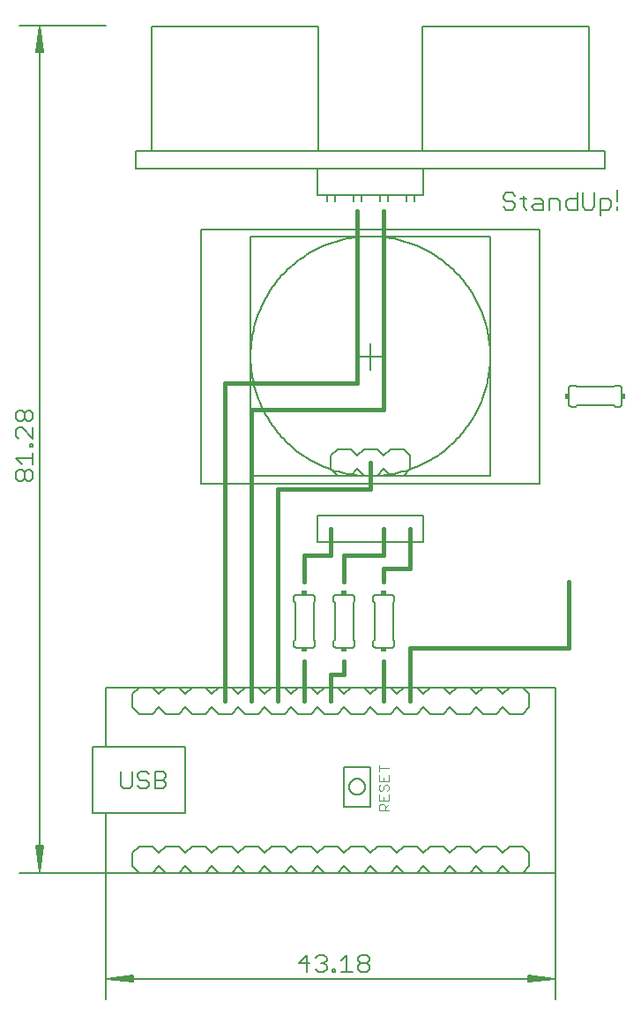
<source format=gto>
G75*
%MOIN*%
%OFA0B0*%
%FSLAX25Y25*%
%IPPOS*%
%LPD*%
%AMOC8*
5,1,8,0,0,1.08239X$1,22.5*
%
%ADD10C,0.01600*%
%ADD11C,0.00600*%
%ADD12C,0.00512*%
%ADD13C,0.00500*%
%ADD14C,0.00300*%
%ADD15R,0.02000X0.01500*%
%ADD16R,0.01500X0.02000*%
D10*
X0082578Y0113933D02*
X0082578Y0233933D01*
X0132578Y0233933D01*
X0132578Y0298933D01*
X0142578Y0298933D02*
X0142578Y0223933D01*
X0092578Y0223933D01*
X0092578Y0113933D01*
X0102578Y0113933D02*
X0102578Y0193933D01*
X0137578Y0193933D01*
X0137578Y0203933D01*
X0142578Y0178933D02*
X0142578Y0168933D01*
X0127578Y0168933D01*
X0127578Y0158933D01*
X0122578Y0168933D02*
X0122578Y0178933D01*
X0122578Y0168933D02*
X0112578Y0168933D01*
X0112578Y0158933D01*
X0112578Y0128933D02*
X0112578Y0113933D01*
X0122578Y0113933D02*
X0122578Y0123933D01*
X0127578Y0123933D01*
X0127578Y0128933D01*
X0142578Y0128933D02*
X0142578Y0113933D01*
X0152578Y0113933D02*
X0152578Y0133933D01*
X0212578Y0133933D01*
X0212578Y0158933D01*
X0152578Y0163933D02*
X0152578Y0178933D01*
X0152578Y0163933D02*
X0142578Y0163933D01*
X0142578Y0158933D01*
D11*
X0145578Y0153933D02*
X0139578Y0153933D01*
X0139518Y0153931D01*
X0139457Y0153926D01*
X0139398Y0153917D01*
X0139339Y0153904D01*
X0139280Y0153888D01*
X0139223Y0153868D01*
X0139168Y0153845D01*
X0139113Y0153818D01*
X0139061Y0153789D01*
X0139010Y0153756D01*
X0138961Y0153720D01*
X0138915Y0153682D01*
X0138871Y0153640D01*
X0138829Y0153596D01*
X0138791Y0153550D01*
X0138755Y0153501D01*
X0138722Y0153450D01*
X0138693Y0153398D01*
X0138666Y0153343D01*
X0138643Y0153288D01*
X0138623Y0153231D01*
X0138607Y0153172D01*
X0138594Y0153113D01*
X0138585Y0153054D01*
X0138580Y0152993D01*
X0138578Y0152933D01*
X0138578Y0151433D01*
X0139078Y0150933D01*
X0139078Y0136933D01*
X0138578Y0136433D01*
X0138578Y0134933D01*
X0138580Y0134873D01*
X0138585Y0134812D01*
X0138594Y0134753D01*
X0138607Y0134694D01*
X0138623Y0134635D01*
X0138643Y0134578D01*
X0138666Y0134523D01*
X0138693Y0134468D01*
X0138722Y0134416D01*
X0138755Y0134365D01*
X0138791Y0134316D01*
X0138829Y0134270D01*
X0138871Y0134226D01*
X0138915Y0134184D01*
X0138961Y0134146D01*
X0139010Y0134110D01*
X0139061Y0134077D01*
X0139113Y0134048D01*
X0139168Y0134021D01*
X0139223Y0133998D01*
X0139280Y0133978D01*
X0139339Y0133962D01*
X0139398Y0133949D01*
X0139457Y0133940D01*
X0139518Y0133935D01*
X0139578Y0133933D01*
X0145578Y0133933D01*
X0145638Y0133935D01*
X0145699Y0133940D01*
X0145758Y0133949D01*
X0145817Y0133962D01*
X0145876Y0133978D01*
X0145933Y0133998D01*
X0145988Y0134021D01*
X0146043Y0134048D01*
X0146095Y0134077D01*
X0146146Y0134110D01*
X0146195Y0134146D01*
X0146241Y0134184D01*
X0146285Y0134226D01*
X0146327Y0134270D01*
X0146365Y0134316D01*
X0146401Y0134365D01*
X0146434Y0134416D01*
X0146463Y0134468D01*
X0146490Y0134523D01*
X0146513Y0134578D01*
X0146533Y0134635D01*
X0146549Y0134694D01*
X0146562Y0134753D01*
X0146571Y0134812D01*
X0146576Y0134873D01*
X0146578Y0134933D01*
X0146578Y0136433D01*
X0146078Y0136933D01*
X0146078Y0150933D01*
X0146578Y0151433D01*
X0146578Y0152933D01*
X0146576Y0152993D01*
X0146571Y0153054D01*
X0146562Y0153113D01*
X0146549Y0153172D01*
X0146533Y0153231D01*
X0146513Y0153288D01*
X0146490Y0153343D01*
X0146463Y0153398D01*
X0146434Y0153450D01*
X0146401Y0153501D01*
X0146365Y0153550D01*
X0146327Y0153596D01*
X0146285Y0153640D01*
X0146241Y0153682D01*
X0146195Y0153720D01*
X0146146Y0153756D01*
X0146095Y0153789D01*
X0146043Y0153818D01*
X0145988Y0153845D01*
X0145933Y0153868D01*
X0145876Y0153888D01*
X0145817Y0153904D01*
X0145758Y0153917D01*
X0145699Y0153926D01*
X0145638Y0153931D01*
X0145578Y0153933D01*
X0131578Y0152933D02*
X0131578Y0151433D01*
X0131078Y0150933D01*
X0131078Y0136933D01*
X0131578Y0136433D01*
X0131578Y0134933D01*
X0131576Y0134873D01*
X0131571Y0134812D01*
X0131562Y0134753D01*
X0131549Y0134694D01*
X0131533Y0134635D01*
X0131513Y0134578D01*
X0131490Y0134523D01*
X0131463Y0134468D01*
X0131434Y0134416D01*
X0131401Y0134365D01*
X0131365Y0134316D01*
X0131327Y0134270D01*
X0131285Y0134226D01*
X0131241Y0134184D01*
X0131195Y0134146D01*
X0131146Y0134110D01*
X0131095Y0134077D01*
X0131043Y0134048D01*
X0130988Y0134021D01*
X0130933Y0133998D01*
X0130876Y0133978D01*
X0130817Y0133962D01*
X0130758Y0133949D01*
X0130699Y0133940D01*
X0130638Y0133935D01*
X0130578Y0133933D01*
X0124578Y0133933D01*
X0124518Y0133935D01*
X0124457Y0133940D01*
X0124398Y0133949D01*
X0124339Y0133962D01*
X0124280Y0133978D01*
X0124223Y0133998D01*
X0124168Y0134021D01*
X0124113Y0134048D01*
X0124061Y0134077D01*
X0124010Y0134110D01*
X0123961Y0134146D01*
X0123915Y0134184D01*
X0123871Y0134226D01*
X0123829Y0134270D01*
X0123791Y0134316D01*
X0123755Y0134365D01*
X0123722Y0134416D01*
X0123693Y0134468D01*
X0123666Y0134523D01*
X0123643Y0134578D01*
X0123623Y0134635D01*
X0123607Y0134694D01*
X0123594Y0134753D01*
X0123585Y0134812D01*
X0123580Y0134873D01*
X0123578Y0134933D01*
X0123578Y0136433D01*
X0124078Y0136933D01*
X0124078Y0150933D01*
X0123578Y0151433D01*
X0123578Y0152933D01*
X0123580Y0152993D01*
X0123585Y0153054D01*
X0123594Y0153113D01*
X0123607Y0153172D01*
X0123623Y0153231D01*
X0123643Y0153288D01*
X0123666Y0153343D01*
X0123693Y0153398D01*
X0123722Y0153450D01*
X0123755Y0153501D01*
X0123791Y0153550D01*
X0123829Y0153596D01*
X0123871Y0153640D01*
X0123915Y0153682D01*
X0123961Y0153720D01*
X0124010Y0153756D01*
X0124061Y0153789D01*
X0124113Y0153818D01*
X0124168Y0153845D01*
X0124223Y0153868D01*
X0124280Y0153888D01*
X0124339Y0153904D01*
X0124398Y0153917D01*
X0124457Y0153926D01*
X0124518Y0153931D01*
X0124578Y0153933D01*
X0130578Y0153933D01*
X0130638Y0153931D01*
X0130699Y0153926D01*
X0130758Y0153917D01*
X0130817Y0153904D01*
X0130876Y0153888D01*
X0130933Y0153868D01*
X0130988Y0153845D01*
X0131043Y0153818D01*
X0131095Y0153789D01*
X0131146Y0153756D01*
X0131195Y0153720D01*
X0131241Y0153682D01*
X0131285Y0153640D01*
X0131327Y0153596D01*
X0131365Y0153550D01*
X0131401Y0153501D01*
X0131434Y0153450D01*
X0131463Y0153398D01*
X0131490Y0153343D01*
X0131513Y0153288D01*
X0131533Y0153231D01*
X0131549Y0153172D01*
X0131562Y0153113D01*
X0131571Y0153054D01*
X0131576Y0152993D01*
X0131578Y0152933D01*
X0116578Y0152933D02*
X0116578Y0151433D01*
X0116078Y0150933D01*
X0116078Y0136933D01*
X0116578Y0136433D01*
X0116578Y0134933D01*
X0116576Y0134873D01*
X0116571Y0134812D01*
X0116562Y0134753D01*
X0116549Y0134694D01*
X0116533Y0134635D01*
X0116513Y0134578D01*
X0116490Y0134523D01*
X0116463Y0134468D01*
X0116434Y0134416D01*
X0116401Y0134365D01*
X0116365Y0134316D01*
X0116327Y0134270D01*
X0116285Y0134226D01*
X0116241Y0134184D01*
X0116195Y0134146D01*
X0116146Y0134110D01*
X0116095Y0134077D01*
X0116043Y0134048D01*
X0115988Y0134021D01*
X0115933Y0133998D01*
X0115876Y0133978D01*
X0115817Y0133962D01*
X0115758Y0133949D01*
X0115699Y0133940D01*
X0115638Y0133935D01*
X0115578Y0133933D01*
X0109578Y0133933D01*
X0109518Y0133935D01*
X0109457Y0133940D01*
X0109398Y0133949D01*
X0109339Y0133962D01*
X0109280Y0133978D01*
X0109223Y0133998D01*
X0109168Y0134021D01*
X0109113Y0134048D01*
X0109061Y0134077D01*
X0109010Y0134110D01*
X0108961Y0134146D01*
X0108915Y0134184D01*
X0108871Y0134226D01*
X0108829Y0134270D01*
X0108791Y0134316D01*
X0108755Y0134365D01*
X0108722Y0134416D01*
X0108693Y0134468D01*
X0108666Y0134523D01*
X0108643Y0134578D01*
X0108623Y0134635D01*
X0108607Y0134694D01*
X0108594Y0134753D01*
X0108585Y0134812D01*
X0108580Y0134873D01*
X0108578Y0134933D01*
X0108578Y0136433D01*
X0109078Y0136933D01*
X0109078Y0150933D01*
X0108578Y0151433D01*
X0108578Y0152933D01*
X0108580Y0152993D01*
X0108585Y0153054D01*
X0108594Y0153113D01*
X0108607Y0153172D01*
X0108623Y0153231D01*
X0108643Y0153288D01*
X0108666Y0153343D01*
X0108693Y0153398D01*
X0108722Y0153450D01*
X0108755Y0153501D01*
X0108791Y0153550D01*
X0108829Y0153596D01*
X0108871Y0153640D01*
X0108915Y0153682D01*
X0108961Y0153720D01*
X0109010Y0153756D01*
X0109061Y0153789D01*
X0109113Y0153818D01*
X0109168Y0153845D01*
X0109223Y0153868D01*
X0109280Y0153888D01*
X0109339Y0153904D01*
X0109398Y0153917D01*
X0109457Y0153926D01*
X0109518Y0153931D01*
X0109578Y0153933D01*
X0115578Y0153933D01*
X0115638Y0153931D01*
X0115699Y0153926D01*
X0115758Y0153917D01*
X0115817Y0153904D01*
X0115876Y0153888D01*
X0115933Y0153868D01*
X0115988Y0153845D01*
X0116043Y0153818D01*
X0116095Y0153789D01*
X0116146Y0153756D01*
X0116195Y0153720D01*
X0116241Y0153682D01*
X0116285Y0153640D01*
X0116327Y0153596D01*
X0116365Y0153550D01*
X0116401Y0153501D01*
X0116434Y0153450D01*
X0116463Y0153398D01*
X0116490Y0153343D01*
X0116513Y0153288D01*
X0116533Y0153231D01*
X0116549Y0153172D01*
X0116562Y0153113D01*
X0116571Y0153054D01*
X0116576Y0152993D01*
X0116578Y0152933D01*
X0059303Y0087139D02*
X0060371Y0086071D01*
X0060371Y0085003D01*
X0059303Y0083936D01*
X0056100Y0083936D01*
X0053925Y0082868D02*
X0053925Y0081801D01*
X0052858Y0080733D01*
X0050722Y0080733D01*
X0049655Y0081801D01*
X0047480Y0081801D02*
X0047480Y0087139D01*
X0049655Y0086071D02*
X0049655Y0085003D01*
X0050722Y0083936D01*
X0052858Y0083936D01*
X0053925Y0082868D01*
X0056100Y0080733D02*
X0056100Y0087139D01*
X0059303Y0087139D01*
X0059303Y0083936D02*
X0060371Y0082868D01*
X0060371Y0081801D01*
X0059303Y0080733D01*
X0056100Y0080733D01*
X0053925Y0086071D02*
X0052858Y0087139D01*
X0050722Y0087139D01*
X0049655Y0086071D01*
X0047480Y0081801D02*
X0046412Y0080733D01*
X0044277Y0080733D01*
X0043209Y0081801D01*
X0043209Y0087139D01*
X0113605Y0017900D02*
X0110402Y0014698D01*
X0114673Y0014698D01*
X0116848Y0016833D02*
X0117916Y0017900D01*
X0120051Y0017900D01*
X0121118Y0016833D01*
X0121118Y0015765D01*
X0120051Y0014698D01*
X0121118Y0013630D01*
X0121118Y0012562D01*
X0120051Y0011495D01*
X0117916Y0011495D01*
X0116848Y0012562D01*
X0118983Y0014698D02*
X0120051Y0014698D01*
X0123293Y0012562D02*
X0124361Y0012562D01*
X0124361Y0011495D01*
X0123293Y0011495D01*
X0123293Y0012562D01*
X0126516Y0011495D02*
X0130787Y0011495D01*
X0128651Y0011495D02*
X0128651Y0017900D01*
X0126516Y0015765D01*
X0132962Y0015765D02*
X0132962Y0016833D01*
X0134029Y0017900D01*
X0136164Y0017900D01*
X0137232Y0016833D01*
X0137232Y0015765D01*
X0136164Y0014698D01*
X0134029Y0014698D01*
X0132962Y0015765D01*
X0134029Y0014698D02*
X0132962Y0013630D01*
X0132962Y0012562D01*
X0134029Y0011495D01*
X0136164Y0011495D01*
X0137232Y0012562D01*
X0137232Y0013630D01*
X0136164Y0014698D01*
X0113605Y0011495D02*
X0113605Y0017900D01*
X0008966Y0196761D02*
X0007898Y0196761D01*
X0006831Y0197829D01*
X0006831Y0199964D01*
X0007898Y0201032D01*
X0008966Y0201032D01*
X0010033Y0199964D01*
X0010033Y0197829D01*
X0008966Y0196761D01*
X0006831Y0197829D02*
X0005763Y0196761D01*
X0004695Y0196761D01*
X0003628Y0197829D01*
X0003628Y0199964D01*
X0004695Y0201032D01*
X0005763Y0201032D01*
X0006831Y0199964D01*
X0005763Y0203207D02*
X0003628Y0205342D01*
X0010033Y0205342D01*
X0010033Y0203207D02*
X0010033Y0207477D01*
X0010033Y0209652D02*
X0008966Y0209652D01*
X0008966Y0210720D01*
X0010033Y0210720D01*
X0010033Y0209652D01*
X0010033Y0212875D02*
X0005763Y0217145D01*
X0004695Y0217145D01*
X0003628Y0216078D01*
X0003628Y0213943D01*
X0004695Y0212875D01*
X0004695Y0219321D02*
X0005763Y0219321D01*
X0006831Y0220388D01*
X0006831Y0222523D01*
X0007898Y0223591D01*
X0008966Y0223591D01*
X0010033Y0222523D01*
X0010033Y0220388D01*
X0008966Y0219321D01*
X0007898Y0219321D01*
X0006831Y0220388D01*
X0006831Y0222523D02*
X0005763Y0223591D01*
X0004695Y0223591D01*
X0003628Y0222523D01*
X0003628Y0220388D01*
X0004695Y0219321D01*
X0010033Y0217145D02*
X0010033Y0212875D01*
X0187878Y0300301D02*
X0188945Y0299233D01*
X0191080Y0299233D01*
X0192148Y0300301D01*
X0192148Y0301368D01*
X0191080Y0302436D01*
X0188945Y0302436D01*
X0187878Y0303503D01*
X0187878Y0304571D01*
X0188945Y0305639D01*
X0191080Y0305639D01*
X0192148Y0304571D01*
X0194323Y0303503D02*
X0196458Y0303503D01*
X0195391Y0304571D02*
X0195391Y0300301D01*
X0196458Y0299233D01*
X0198620Y0300301D02*
X0199688Y0301368D01*
X0202890Y0301368D01*
X0202890Y0302436D02*
X0202890Y0299233D01*
X0199688Y0299233D01*
X0198620Y0300301D01*
X0199688Y0303503D02*
X0201823Y0303503D01*
X0202890Y0302436D01*
X0205066Y0303503D02*
X0205066Y0299233D01*
X0209336Y0299233D02*
X0209336Y0302436D01*
X0208268Y0303503D01*
X0205066Y0303503D01*
X0211511Y0302436D02*
X0212579Y0303503D01*
X0215781Y0303503D01*
X0215781Y0305639D02*
X0215781Y0299233D01*
X0212579Y0299233D01*
X0211511Y0300301D01*
X0211511Y0302436D01*
X0217957Y0300301D02*
X0219024Y0299233D01*
X0221159Y0299233D01*
X0222227Y0300301D01*
X0222227Y0305639D01*
X0224402Y0303503D02*
X0227605Y0303503D01*
X0228672Y0302436D01*
X0228672Y0300301D01*
X0227605Y0299233D01*
X0224402Y0299233D01*
X0224402Y0297098D02*
X0224402Y0303503D01*
X0230848Y0302436D02*
X0230848Y0306706D01*
X0230848Y0300301D02*
X0230848Y0299233D01*
X0217957Y0300301D02*
X0217957Y0305639D01*
X0215078Y0232933D02*
X0213578Y0232933D01*
X0213518Y0232931D01*
X0213457Y0232926D01*
X0213398Y0232917D01*
X0213339Y0232904D01*
X0213280Y0232888D01*
X0213223Y0232868D01*
X0213168Y0232845D01*
X0213113Y0232818D01*
X0213061Y0232789D01*
X0213010Y0232756D01*
X0212961Y0232720D01*
X0212915Y0232682D01*
X0212871Y0232640D01*
X0212829Y0232596D01*
X0212791Y0232550D01*
X0212755Y0232501D01*
X0212722Y0232450D01*
X0212693Y0232398D01*
X0212666Y0232343D01*
X0212643Y0232288D01*
X0212623Y0232231D01*
X0212607Y0232172D01*
X0212594Y0232113D01*
X0212585Y0232054D01*
X0212580Y0231993D01*
X0212578Y0231933D01*
X0212578Y0225933D01*
X0212580Y0225873D01*
X0212585Y0225812D01*
X0212594Y0225753D01*
X0212607Y0225694D01*
X0212623Y0225635D01*
X0212643Y0225578D01*
X0212666Y0225523D01*
X0212693Y0225468D01*
X0212722Y0225416D01*
X0212755Y0225365D01*
X0212791Y0225316D01*
X0212829Y0225270D01*
X0212871Y0225226D01*
X0212915Y0225184D01*
X0212961Y0225146D01*
X0213010Y0225110D01*
X0213061Y0225077D01*
X0213113Y0225048D01*
X0213168Y0225021D01*
X0213223Y0224998D01*
X0213280Y0224978D01*
X0213339Y0224962D01*
X0213398Y0224949D01*
X0213457Y0224940D01*
X0213518Y0224935D01*
X0213578Y0224933D01*
X0215078Y0224933D01*
X0215578Y0225433D01*
X0229578Y0225433D01*
X0230078Y0224933D01*
X0231578Y0224933D01*
X0231638Y0224935D01*
X0231699Y0224940D01*
X0231758Y0224949D01*
X0231817Y0224962D01*
X0231876Y0224978D01*
X0231933Y0224998D01*
X0231988Y0225021D01*
X0232043Y0225048D01*
X0232095Y0225077D01*
X0232146Y0225110D01*
X0232195Y0225146D01*
X0232241Y0225184D01*
X0232285Y0225226D01*
X0232327Y0225270D01*
X0232365Y0225316D01*
X0232401Y0225365D01*
X0232434Y0225416D01*
X0232463Y0225468D01*
X0232490Y0225523D01*
X0232513Y0225578D01*
X0232533Y0225635D01*
X0232549Y0225694D01*
X0232562Y0225753D01*
X0232571Y0225812D01*
X0232576Y0225873D01*
X0232578Y0225933D01*
X0232578Y0231933D01*
X0232576Y0231993D01*
X0232571Y0232054D01*
X0232562Y0232113D01*
X0232549Y0232172D01*
X0232533Y0232231D01*
X0232513Y0232288D01*
X0232490Y0232343D01*
X0232463Y0232398D01*
X0232434Y0232450D01*
X0232401Y0232501D01*
X0232365Y0232550D01*
X0232327Y0232596D01*
X0232285Y0232640D01*
X0232241Y0232682D01*
X0232195Y0232720D01*
X0232146Y0232756D01*
X0232095Y0232789D01*
X0232043Y0232818D01*
X0231988Y0232845D01*
X0231933Y0232868D01*
X0231876Y0232888D01*
X0231817Y0232904D01*
X0231758Y0232917D01*
X0231699Y0232926D01*
X0231638Y0232931D01*
X0231578Y0232933D01*
X0230078Y0232933D01*
X0229578Y0232433D01*
X0215578Y0232433D01*
X0215078Y0232933D01*
D12*
X0037578Y0048933D02*
X0004900Y0048937D01*
X0012577Y0049192D02*
X0011555Y0059172D01*
X0011321Y0059173D02*
X0013835Y0059172D01*
X0012577Y0049192D01*
X0013602Y0059172D01*
X0013090Y0059172D02*
X0012577Y0049192D01*
X0012066Y0059172D01*
X0011321Y0059173D02*
X0012577Y0049192D01*
X0012616Y0368680D01*
X0013639Y0358700D01*
X0013872Y0358700D02*
X0012616Y0368680D01*
X0011591Y0358700D01*
X0011358Y0358700D02*
X0013872Y0358700D01*
X0013127Y0358700D02*
X0012616Y0368680D01*
X0012103Y0358700D01*
X0011358Y0358700D02*
X0012616Y0368680D01*
X0004939Y0368937D02*
X0037617Y0368933D01*
X0037578Y0048933D02*
X0037578Y0001256D01*
X0037834Y0008933D02*
X0047814Y0007909D01*
X0047814Y0007676D02*
X0037834Y0008933D01*
X0047814Y0009957D01*
X0047814Y0010190D02*
X0047814Y0007676D01*
X0047814Y0008421D02*
X0037834Y0008933D01*
X0047814Y0009445D01*
X0047814Y0010190D02*
X0037834Y0008933D01*
X0207322Y0008933D01*
X0197341Y0007909D01*
X0197341Y0007676D02*
X0207322Y0008933D01*
X0197341Y0009957D01*
X0197341Y0010190D02*
X0197341Y0007676D01*
X0197341Y0008421D02*
X0207322Y0008933D01*
X0197341Y0009445D01*
X0197341Y0010190D02*
X0207322Y0008933D01*
X0207578Y0001256D02*
X0207578Y0048933D01*
D13*
X0190078Y0048933D01*
X0187578Y0051433D01*
X0185078Y0048933D01*
X0190078Y0048933D01*
X0195078Y0048933D02*
X0197578Y0051433D01*
X0197578Y0056433D01*
X0195078Y0058933D01*
X0190078Y0058933D01*
X0187578Y0056433D01*
X0185078Y0058933D01*
X0180078Y0058933D01*
X0177578Y0056433D01*
X0175078Y0058933D01*
X0170078Y0058933D01*
X0167578Y0056433D01*
X0165078Y0058933D01*
X0160078Y0058933D01*
X0157578Y0056433D01*
X0155078Y0058933D01*
X0150078Y0058933D01*
X0147578Y0056433D01*
X0145078Y0058933D01*
X0140078Y0058933D01*
X0137578Y0056433D01*
X0135078Y0058933D01*
X0130078Y0058933D01*
X0127578Y0056433D01*
X0125078Y0058933D01*
X0120078Y0058933D01*
X0117578Y0056433D01*
X0115078Y0058933D01*
X0110078Y0058933D01*
X0107578Y0056433D01*
X0105078Y0058933D01*
X0100078Y0058933D01*
X0097578Y0056433D01*
X0095078Y0058933D01*
X0090078Y0058933D01*
X0087578Y0056433D01*
X0085078Y0058933D01*
X0080078Y0058933D01*
X0077578Y0056433D01*
X0075078Y0058933D01*
X0070078Y0058933D01*
X0067578Y0056433D01*
X0065078Y0058933D01*
X0060078Y0058933D01*
X0057578Y0056433D01*
X0055078Y0058933D01*
X0050078Y0058933D01*
X0047578Y0056433D01*
X0047578Y0051433D01*
X0050078Y0048933D01*
X0055078Y0048933D01*
X0057578Y0051433D01*
X0060078Y0048933D01*
X0065078Y0048933D01*
X0067578Y0051433D01*
X0070078Y0048933D01*
X0075078Y0048933D01*
X0077578Y0051433D01*
X0080078Y0048933D01*
X0075078Y0048933D02*
X0085078Y0048933D01*
X0087578Y0051433D01*
X0090078Y0048933D01*
X0095078Y0048933D01*
X0097578Y0051433D01*
X0100078Y0048933D01*
X0105078Y0048933D01*
X0107578Y0051433D01*
X0110078Y0048933D01*
X0115078Y0048933D01*
X0117578Y0051433D01*
X0120078Y0048933D01*
X0125078Y0048933D01*
X0127578Y0051433D01*
X0130078Y0048933D01*
X0135078Y0048933D01*
X0137578Y0051433D01*
X0140078Y0048933D01*
X0145078Y0048933D01*
X0147578Y0051433D01*
X0150078Y0048933D01*
X0155078Y0048933D01*
X0157578Y0051433D01*
X0160078Y0048933D01*
X0165078Y0048933D01*
X0167578Y0051433D01*
X0170078Y0048933D01*
X0175078Y0048933D01*
X0177578Y0051433D01*
X0180078Y0048933D01*
X0185078Y0048933D01*
X0180078Y0048933D02*
X0175078Y0048933D01*
X0170078Y0048933D02*
X0165078Y0048933D01*
X0160078Y0048933D02*
X0155078Y0048933D01*
X0150078Y0048933D02*
X0145078Y0048933D01*
X0140078Y0048933D02*
X0135078Y0048933D01*
X0130078Y0048933D02*
X0125078Y0048933D01*
X0120078Y0048933D02*
X0115078Y0048933D01*
X0110078Y0048933D02*
X0105078Y0048933D01*
X0100078Y0048933D02*
X0095078Y0048933D01*
X0090078Y0048933D02*
X0085078Y0048933D01*
X0070078Y0048933D02*
X0065078Y0048933D01*
X0060078Y0048933D02*
X0055078Y0048933D01*
X0050078Y0048933D02*
X0037578Y0048933D01*
X0037578Y0071433D01*
X0032578Y0071433D01*
X0032578Y0096433D01*
X0037578Y0096433D01*
X0067578Y0096433D01*
X0067578Y0071433D01*
X0037578Y0071433D01*
X0037578Y0096433D02*
X0037578Y0118933D01*
X0050078Y0118933D01*
X0047578Y0116433D01*
X0047578Y0111433D01*
X0050078Y0108933D01*
X0055078Y0108933D01*
X0057578Y0111433D01*
X0060078Y0108933D01*
X0065078Y0108933D01*
X0067578Y0111433D01*
X0070078Y0108933D01*
X0075078Y0108933D01*
X0077578Y0111433D01*
X0080078Y0108933D01*
X0085078Y0108933D01*
X0087578Y0111433D01*
X0090078Y0108933D01*
X0095078Y0108933D01*
X0097578Y0111433D01*
X0100078Y0108933D01*
X0105078Y0108933D01*
X0107578Y0111433D01*
X0110078Y0108933D01*
X0115078Y0108933D01*
X0117578Y0111433D01*
X0120078Y0108933D01*
X0125078Y0108933D01*
X0127578Y0111433D01*
X0130078Y0108933D01*
X0135078Y0108933D01*
X0137578Y0111433D01*
X0140078Y0108933D01*
X0145078Y0108933D01*
X0147578Y0111433D01*
X0150078Y0108933D01*
X0155078Y0108933D01*
X0157578Y0111433D01*
X0160078Y0108933D01*
X0165078Y0108933D01*
X0167578Y0111433D01*
X0170078Y0108933D01*
X0175078Y0108933D01*
X0177578Y0111433D01*
X0180078Y0108933D01*
X0185078Y0108933D01*
X0187578Y0111433D01*
X0190078Y0108933D01*
X0195078Y0108933D01*
X0197578Y0111433D01*
X0197578Y0116433D01*
X0195078Y0118933D01*
X0190078Y0118933D02*
X0187578Y0116433D01*
X0185078Y0118933D01*
X0170078Y0118933D01*
X0167578Y0116433D01*
X0165078Y0118933D01*
X0170078Y0118933D02*
X0105078Y0118933D01*
X0075078Y0118933D01*
X0077578Y0116433D01*
X0080078Y0118933D01*
X0085078Y0118933D02*
X0087578Y0116433D01*
X0090078Y0118933D01*
X0095078Y0118933D02*
X0097578Y0116433D01*
X0100078Y0118933D01*
X0105078Y0118933D02*
X0107578Y0116433D01*
X0110078Y0118933D01*
X0115078Y0118933D02*
X0117578Y0116433D01*
X0120078Y0118933D01*
X0125078Y0118933D02*
X0127578Y0116433D01*
X0130078Y0118933D01*
X0135078Y0118933D02*
X0137578Y0116433D01*
X0140078Y0118933D01*
X0145078Y0118933D02*
X0147578Y0116433D01*
X0150078Y0118933D01*
X0155078Y0118933D02*
X0157578Y0116433D01*
X0160078Y0118933D01*
X0175078Y0118933D02*
X0177578Y0116433D01*
X0180078Y0118933D01*
X0185078Y0118933D02*
X0207578Y0118933D01*
X0207578Y0096433D01*
X0207578Y0071433D01*
X0207578Y0048933D01*
X0137578Y0073933D02*
X0137578Y0088933D01*
X0127578Y0088933D01*
X0127578Y0073933D01*
X0137578Y0073933D01*
X0129578Y0081433D02*
X0129580Y0081542D01*
X0129586Y0081651D01*
X0129596Y0081759D01*
X0129610Y0081867D01*
X0129627Y0081975D01*
X0129649Y0082082D01*
X0129674Y0082188D01*
X0129704Y0082292D01*
X0129737Y0082396D01*
X0129774Y0082499D01*
X0129814Y0082600D01*
X0129858Y0082699D01*
X0129906Y0082797D01*
X0129958Y0082894D01*
X0130012Y0082988D01*
X0130070Y0083080D01*
X0130132Y0083170D01*
X0130197Y0083257D01*
X0130264Y0083343D01*
X0130335Y0083426D01*
X0130409Y0083506D01*
X0130486Y0083583D01*
X0130565Y0083658D01*
X0130647Y0083729D01*
X0130732Y0083798D01*
X0130819Y0083863D01*
X0130908Y0083926D01*
X0131000Y0083984D01*
X0131094Y0084040D01*
X0131189Y0084092D01*
X0131287Y0084141D01*
X0131386Y0084186D01*
X0131487Y0084228D01*
X0131589Y0084265D01*
X0131692Y0084299D01*
X0131797Y0084330D01*
X0131903Y0084356D01*
X0132009Y0084379D01*
X0132117Y0084397D01*
X0132225Y0084412D01*
X0132333Y0084423D01*
X0132442Y0084430D01*
X0132551Y0084433D01*
X0132660Y0084432D01*
X0132769Y0084427D01*
X0132877Y0084418D01*
X0132985Y0084405D01*
X0133093Y0084388D01*
X0133200Y0084368D01*
X0133306Y0084343D01*
X0133411Y0084315D01*
X0133515Y0084283D01*
X0133618Y0084247D01*
X0133720Y0084207D01*
X0133820Y0084164D01*
X0133918Y0084117D01*
X0134015Y0084067D01*
X0134109Y0084013D01*
X0134202Y0083955D01*
X0134293Y0083895D01*
X0134381Y0083831D01*
X0134467Y0083764D01*
X0134550Y0083694D01*
X0134631Y0083621D01*
X0134709Y0083545D01*
X0134784Y0083466D01*
X0134857Y0083384D01*
X0134926Y0083300D01*
X0134992Y0083214D01*
X0135055Y0083125D01*
X0135115Y0083034D01*
X0135172Y0082941D01*
X0135225Y0082846D01*
X0135274Y0082749D01*
X0135320Y0082650D01*
X0135362Y0082550D01*
X0135401Y0082448D01*
X0135436Y0082344D01*
X0135467Y0082240D01*
X0135495Y0082135D01*
X0135518Y0082028D01*
X0135538Y0081921D01*
X0135554Y0081813D01*
X0135566Y0081705D01*
X0135574Y0081596D01*
X0135578Y0081487D01*
X0135578Y0081379D01*
X0135574Y0081270D01*
X0135566Y0081161D01*
X0135554Y0081053D01*
X0135538Y0080945D01*
X0135518Y0080838D01*
X0135495Y0080731D01*
X0135467Y0080626D01*
X0135436Y0080522D01*
X0135401Y0080418D01*
X0135362Y0080316D01*
X0135320Y0080216D01*
X0135274Y0080117D01*
X0135225Y0080020D01*
X0135172Y0079925D01*
X0135115Y0079832D01*
X0135055Y0079741D01*
X0134992Y0079652D01*
X0134926Y0079566D01*
X0134857Y0079482D01*
X0134784Y0079400D01*
X0134709Y0079321D01*
X0134631Y0079245D01*
X0134550Y0079172D01*
X0134467Y0079102D01*
X0134381Y0079035D01*
X0134293Y0078971D01*
X0134202Y0078911D01*
X0134109Y0078853D01*
X0134015Y0078799D01*
X0133918Y0078749D01*
X0133820Y0078702D01*
X0133720Y0078659D01*
X0133618Y0078619D01*
X0133515Y0078583D01*
X0133411Y0078551D01*
X0133306Y0078523D01*
X0133200Y0078498D01*
X0133093Y0078478D01*
X0132985Y0078461D01*
X0132877Y0078448D01*
X0132769Y0078439D01*
X0132660Y0078434D01*
X0132551Y0078433D01*
X0132442Y0078436D01*
X0132333Y0078443D01*
X0132225Y0078454D01*
X0132117Y0078469D01*
X0132009Y0078487D01*
X0131903Y0078510D01*
X0131797Y0078536D01*
X0131692Y0078567D01*
X0131589Y0078601D01*
X0131487Y0078638D01*
X0131386Y0078680D01*
X0131287Y0078725D01*
X0131189Y0078774D01*
X0131094Y0078826D01*
X0131000Y0078882D01*
X0130908Y0078940D01*
X0130819Y0079003D01*
X0130732Y0079068D01*
X0130647Y0079137D01*
X0130565Y0079208D01*
X0130486Y0079283D01*
X0130409Y0079360D01*
X0130335Y0079440D01*
X0130264Y0079523D01*
X0130197Y0079609D01*
X0130132Y0079696D01*
X0130070Y0079786D01*
X0130012Y0079878D01*
X0129958Y0079972D01*
X0129906Y0080069D01*
X0129858Y0080167D01*
X0129814Y0080266D01*
X0129774Y0080367D01*
X0129737Y0080470D01*
X0129704Y0080574D01*
X0129674Y0080678D01*
X0129649Y0080784D01*
X0129627Y0080891D01*
X0129610Y0080999D01*
X0129596Y0081107D01*
X0129586Y0081215D01*
X0129580Y0081324D01*
X0129578Y0081433D01*
X0075078Y0118933D02*
X0070078Y0118933D01*
X0067578Y0116433D01*
X0065078Y0118933D01*
X0060078Y0118933D01*
X0057578Y0116433D01*
X0055078Y0118933D01*
X0050078Y0118933D01*
X0055078Y0118933D02*
X0060078Y0118933D01*
X0065078Y0118933D02*
X0070078Y0118933D01*
X0117578Y0173933D02*
X0117578Y0183933D01*
X0157578Y0183933D01*
X0157578Y0173933D01*
X0117578Y0173933D01*
X0125078Y0198933D02*
X0122578Y0201433D01*
X0122578Y0206433D01*
X0125078Y0208933D01*
X0130078Y0208933D01*
X0132578Y0206433D01*
X0135078Y0208933D01*
X0140078Y0208933D01*
X0142578Y0206433D01*
X0145078Y0208933D01*
X0150078Y0208933D01*
X0152578Y0206433D01*
X0152578Y0201433D01*
X0150078Y0198933D01*
X0145078Y0198933D01*
X0142578Y0201433D01*
X0140078Y0198933D01*
X0135078Y0198933D01*
X0132578Y0201433D01*
X0130078Y0198933D01*
X0125078Y0198933D01*
X0137578Y0238933D02*
X0137578Y0248933D01*
X0092302Y0243933D02*
X0092316Y0245044D01*
X0092357Y0246155D01*
X0092425Y0247264D01*
X0092520Y0248371D01*
X0092642Y0249475D01*
X0092792Y0250576D01*
X0092969Y0251673D01*
X0093172Y0252766D01*
X0093402Y0253853D01*
X0093659Y0254934D01*
X0093942Y0256009D01*
X0094252Y0257076D01*
X0094587Y0258135D01*
X0094949Y0259186D01*
X0095336Y0260228D01*
X0095748Y0261259D01*
X0096186Y0262281D01*
X0096649Y0263291D01*
X0097136Y0264290D01*
X0097648Y0265276D01*
X0098184Y0266249D01*
X0098743Y0267210D01*
X0099326Y0268156D01*
X0099932Y0269087D01*
X0100561Y0270003D01*
X0101212Y0270904D01*
X0101885Y0271788D01*
X0102579Y0272656D01*
X0103295Y0273506D01*
X0104031Y0274339D01*
X0104787Y0275153D01*
X0105563Y0275948D01*
X0106358Y0276724D01*
X0107172Y0277480D01*
X0108005Y0278216D01*
X0108855Y0278932D01*
X0109723Y0279626D01*
X0110607Y0280299D01*
X0111508Y0280950D01*
X0112424Y0281579D01*
X0113355Y0282185D01*
X0114301Y0282768D01*
X0115262Y0283327D01*
X0116235Y0283863D01*
X0117221Y0284375D01*
X0118220Y0284862D01*
X0119230Y0285325D01*
X0120252Y0285763D01*
X0121283Y0286175D01*
X0122325Y0286562D01*
X0123376Y0286924D01*
X0124435Y0287259D01*
X0125502Y0287569D01*
X0126577Y0287852D01*
X0127658Y0288109D01*
X0128745Y0288339D01*
X0129838Y0288542D01*
X0130935Y0288719D01*
X0132036Y0288869D01*
X0133140Y0288991D01*
X0134247Y0289086D01*
X0135356Y0289154D01*
X0136467Y0289195D01*
X0137578Y0289209D01*
X0138689Y0289195D01*
X0139800Y0289154D01*
X0140909Y0289086D01*
X0142016Y0288991D01*
X0143120Y0288869D01*
X0144221Y0288719D01*
X0145318Y0288542D01*
X0146411Y0288339D01*
X0147498Y0288109D01*
X0148579Y0287852D01*
X0149654Y0287569D01*
X0150721Y0287259D01*
X0151780Y0286924D01*
X0152831Y0286562D01*
X0153873Y0286175D01*
X0154904Y0285763D01*
X0155926Y0285325D01*
X0156936Y0284862D01*
X0157935Y0284375D01*
X0158921Y0283863D01*
X0159894Y0283327D01*
X0160855Y0282768D01*
X0161801Y0282185D01*
X0162732Y0281579D01*
X0163648Y0280950D01*
X0164549Y0280299D01*
X0165433Y0279626D01*
X0166301Y0278932D01*
X0167151Y0278216D01*
X0167984Y0277480D01*
X0168798Y0276724D01*
X0169593Y0275948D01*
X0170369Y0275153D01*
X0171125Y0274339D01*
X0171861Y0273506D01*
X0172577Y0272656D01*
X0173271Y0271788D01*
X0173944Y0270904D01*
X0174595Y0270003D01*
X0175224Y0269087D01*
X0175830Y0268156D01*
X0176413Y0267210D01*
X0176972Y0266249D01*
X0177508Y0265276D01*
X0178020Y0264290D01*
X0178507Y0263291D01*
X0178970Y0262281D01*
X0179408Y0261259D01*
X0179820Y0260228D01*
X0180207Y0259186D01*
X0180569Y0258135D01*
X0180904Y0257076D01*
X0181214Y0256009D01*
X0181497Y0254934D01*
X0181754Y0253853D01*
X0181984Y0252766D01*
X0182187Y0251673D01*
X0182364Y0250576D01*
X0182514Y0249475D01*
X0182636Y0248371D01*
X0182731Y0247264D01*
X0182799Y0246155D01*
X0182840Y0245044D01*
X0182854Y0243933D01*
X0182840Y0242822D01*
X0182799Y0241711D01*
X0182731Y0240602D01*
X0182636Y0239495D01*
X0182514Y0238391D01*
X0182364Y0237290D01*
X0182187Y0236193D01*
X0181984Y0235100D01*
X0181754Y0234013D01*
X0181497Y0232932D01*
X0181214Y0231857D01*
X0180904Y0230790D01*
X0180569Y0229731D01*
X0180207Y0228680D01*
X0179820Y0227638D01*
X0179408Y0226607D01*
X0178970Y0225585D01*
X0178507Y0224575D01*
X0178020Y0223576D01*
X0177508Y0222590D01*
X0176972Y0221617D01*
X0176413Y0220656D01*
X0175830Y0219710D01*
X0175224Y0218779D01*
X0174595Y0217863D01*
X0173944Y0216962D01*
X0173271Y0216078D01*
X0172577Y0215210D01*
X0171861Y0214360D01*
X0171125Y0213527D01*
X0170369Y0212713D01*
X0169593Y0211918D01*
X0168798Y0211142D01*
X0167984Y0210386D01*
X0167151Y0209650D01*
X0166301Y0208934D01*
X0165433Y0208240D01*
X0164549Y0207567D01*
X0163648Y0206916D01*
X0162732Y0206287D01*
X0161801Y0205681D01*
X0160855Y0205098D01*
X0159894Y0204539D01*
X0158921Y0204003D01*
X0157935Y0203491D01*
X0156936Y0203004D01*
X0155926Y0202541D01*
X0154904Y0202103D01*
X0153873Y0201691D01*
X0152831Y0201304D01*
X0151780Y0200942D01*
X0150721Y0200607D01*
X0149654Y0200297D01*
X0148579Y0200014D01*
X0147498Y0199757D01*
X0146411Y0199527D01*
X0145318Y0199324D01*
X0144221Y0199147D01*
X0143120Y0198997D01*
X0142016Y0198875D01*
X0140909Y0198780D01*
X0139800Y0198712D01*
X0138689Y0198671D01*
X0137578Y0198657D01*
X0136467Y0198671D01*
X0135356Y0198712D01*
X0134247Y0198780D01*
X0133140Y0198875D01*
X0132036Y0198997D01*
X0130935Y0199147D01*
X0129838Y0199324D01*
X0128745Y0199527D01*
X0127658Y0199757D01*
X0126577Y0200014D01*
X0125502Y0200297D01*
X0124435Y0200607D01*
X0123376Y0200942D01*
X0122325Y0201304D01*
X0121283Y0201691D01*
X0120252Y0202103D01*
X0119230Y0202541D01*
X0118220Y0203004D01*
X0117221Y0203491D01*
X0116235Y0204003D01*
X0115262Y0204539D01*
X0114301Y0205098D01*
X0113355Y0205681D01*
X0112424Y0206287D01*
X0111508Y0206916D01*
X0110607Y0207567D01*
X0109723Y0208240D01*
X0108855Y0208934D01*
X0108005Y0209650D01*
X0107172Y0210386D01*
X0106358Y0211142D01*
X0105563Y0211918D01*
X0104787Y0212713D01*
X0104031Y0213527D01*
X0103295Y0214360D01*
X0102579Y0215210D01*
X0101885Y0216078D01*
X0101212Y0216962D01*
X0100561Y0217863D01*
X0099932Y0218779D01*
X0099326Y0219710D01*
X0098743Y0220656D01*
X0098184Y0221617D01*
X0097648Y0222590D01*
X0097136Y0223576D01*
X0096649Y0224575D01*
X0096186Y0225585D01*
X0095748Y0226607D01*
X0095336Y0227638D01*
X0094949Y0228680D01*
X0094587Y0229731D01*
X0094252Y0230790D01*
X0093942Y0231857D01*
X0093659Y0232932D01*
X0093402Y0234013D01*
X0093172Y0235100D01*
X0092969Y0236193D01*
X0092792Y0237290D01*
X0092642Y0238391D01*
X0092520Y0239495D01*
X0092425Y0240602D01*
X0092357Y0241711D01*
X0092316Y0242822D01*
X0092302Y0243933D01*
X0092302Y0198657D02*
X0092302Y0289209D01*
X0182853Y0289209D01*
X0182853Y0198657D01*
X0092302Y0198657D01*
X0073578Y0195933D02*
X0073578Y0291933D01*
X0201578Y0291933D01*
X0201578Y0195933D01*
X0073578Y0195933D01*
X0132578Y0243933D02*
X0142578Y0243933D01*
X0144078Y0302433D02*
X0144078Y0304933D01*
X0141078Y0304933D01*
X0141078Y0302433D01*
X0141078Y0304933D02*
X0134078Y0304933D01*
X0134078Y0302433D01*
X0134078Y0304933D02*
X0131078Y0304933D01*
X0131078Y0302433D01*
X0131078Y0304933D02*
X0124078Y0304933D01*
X0124078Y0302433D01*
X0124078Y0304933D02*
X0121078Y0304933D01*
X0121078Y0302433D01*
X0121078Y0304933D02*
X0117578Y0304933D01*
X0117578Y0314933D01*
X0157578Y0314933D01*
X0157578Y0304933D01*
X0154078Y0304933D01*
X0154078Y0302433D01*
X0154078Y0304933D02*
X0151078Y0304933D01*
X0151078Y0302433D01*
X0151078Y0304933D02*
X0144078Y0304933D01*
X0157263Y0321374D02*
X0157263Y0368618D01*
X0220255Y0368618D01*
X0220255Y0321374D01*
X0226160Y0321374D01*
X0226160Y0314933D01*
X0048995Y0314933D01*
X0048995Y0321374D01*
X0054900Y0321374D01*
X0054900Y0368618D01*
X0117893Y0368618D01*
X0117893Y0321374D01*
X0157263Y0321374D01*
X0220255Y0321374D01*
X0117893Y0321374D02*
X0054900Y0321374D01*
D14*
X0140724Y0089577D02*
X0140724Y0087108D01*
X0140724Y0085893D02*
X0140724Y0083425D01*
X0144428Y0083425D01*
X0144428Y0085893D01*
X0142576Y0084659D02*
X0142576Y0083425D01*
X0143193Y0082210D02*
X0143810Y0082210D01*
X0144428Y0081593D01*
X0144428Y0080359D01*
X0143810Y0079741D01*
X0144428Y0078527D02*
X0144428Y0076058D01*
X0140724Y0076058D01*
X0140724Y0078527D01*
X0141342Y0079741D02*
X0140724Y0080359D01*
X0140724Y0081593D01*
X0141342Y0082210D01*
X0142576Y0081593D02*
X0143193Y0082210D01*
X0142576Y0081593D02*
X0142576Y0080359D01*
X0141959Y0079741D01*
X0141342Y0079741D01*
X0142576Y0077293D02*
X0142576Y0076058D01*
X0142576Y0074844D02*
X0143193Y0074227D01*
X0143193Y0072375D01*
X0143193Y0073610D02*
X0144428Y0074844D01*
X0142576Y0074844D02*
X0141342Y0074844D01*
X0140724Y0074227D01*
X0140724Y0072375D01*
X0144428Y0072375D01*
X0144428Y0088342D02*
X0140724Y0088342D01*
D15*
X0142578Y0133183D03*
X0142578Y0154683D03*
X0127578Y0154683D03*
X0127578Y0133183D03*
X0112578Y0133183D03*
X0112578Y0154683D03*
D16*
X0211828Y0228933D03*
X0233328Y0228933D03*
M02*

</source>
